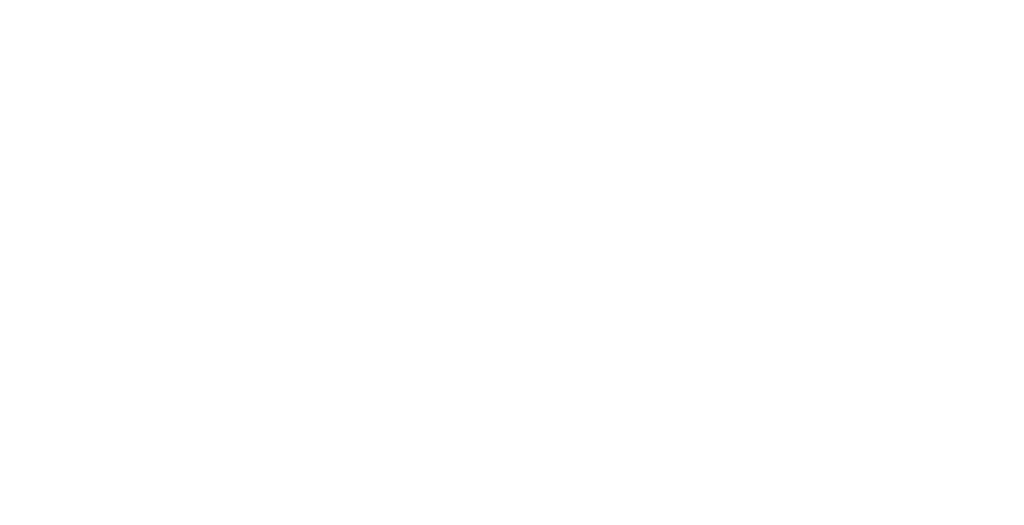
<source format=kicad_pcb>
(kicad_pcb (version 4) (host pcbnew 4.0.7-e2-6376~58~ubuntu16.04.1)

  (general
    (links 0)
    (no_connects 0)
    (area 104.572999 74.854999 178.510001 123.265001)
    (thickness 1.6)
    (drawings 1)
    (tracks 0)
    (zones 0)
    (modules 0)
    (nets 1)
  )

  (page USLetter)
  (title_block
    (title "Project Title")
  )

  (layers
    (0 F.Cu signal)
    (1 In1.Cu signal)
    (2 In2.Cu signal)
    (31 B.Cu signal)
    (34 B.Paste user)
    (35 F.Paste user)
    (36 B.SilkS user)
    (37 F.SilkS user)
    (38 B.Mask user)
    (39 F.Mask user)
    (40 Dwgs.User user)
    (44 Edge.Cuts user)
    (46 B.CrtYd user)
    (47 F.CrtYd user)
    (48 B.Fab user)
    (49 F.Fab user)
  )

  (setup
    (last_trace_width 0.254)
    (user_trace_width 0.1524)
    (user_trace_width 0.254)
    (user_trace_width 0.3302)
    (user_trace_width 0.508)
    (user_trace_width 0.762)
    (user_trace_width 1.27)
    (trace_clearance 0.254)
    (zone_clearance 0.508)
    (zone_45_only no)
    (trace_min 0.1524)
    (segment_width 0.1524)
    (edge_width 0.1524)
    (via_size 0.6858)
    (via_drill 0.3302)
    (via_min_size 0.6858)
    (via_min_drill 0.3302)
    (user_via 0.6858 0.3302)
    (user_via 0.762 0.4064)
    (user_via 0.8636 0.508)
    (uvia_size 0.6858)
    (uvia_drill 0.3302)
    (uvias_allowed no)
    (uvia_min_size 0)
    (uvia_min_drill 0)
    (pcb_text_width 0.1524)
    (pcb_text_size 1.016 1.016)
    (mod_edge_width 0.1524)
    (mod_text_size 1.016 1.016)
    (mod_text_width 0.1524)
    (pad_size 1.524 1.524)
    (pad_drill 0.762)
    (pad_to_mask_clearance 0.0762)
    (solder_mask_min_width 0.1016)
    (pad_to_paste_clearance -0.0762)
    (aux_axis_origin 0 0)
    (visible_elements FFFEDF7D)
    (pcbplotparams
      (layerselection 0x310fc_80000001)
      (usegerberextensions true)
      (excludeedgelayer true)
      (linewidth 0.100000)
      (plotframeref false)
      (viasonmask false)
      (mode 1)
      (useauxorigin false)
      (hpglpennumber 1)
      (hpglpenspeed 20)
      (hpglpendiameter 15)
      (hpglpenoverlay 2)
      (psnegative false)
      (psa4output false)
      (plotreference true)
      (plotvalue true)
      (plotinvisibletext false)
      (padsonsilk false)
      (subtractmaskfromsilk false)
      (outputformat 1)
      (mirror false)
      (drillshape 0)
      (scaleselection 1)
      (outputdirectory gerbers))
  )

  (net 0 "")

  (net_class Default "This is the default net class."
    (clearance 0.254)
    (trace_width 0.254)
    (via_dia 0.6858)
    (via_drill 0.3302)
    (uvia_dia 0.6858)
    (uvia_drill 0.3302)
  )

  (gr_text "FABRICATION NOTES\n\n1. THIS IS A 4 LAYER BOARD. \n2. EXTERNAL LAYERS SHALL HAVE 1 OZ COPPER.\n3. INTERNAL LAYERS SHALL HAVE 0.5 OZ COPPER.\n4. MATERIAL: FR408 AND 0.062 INCH +/- 10% THICK.\n5. BOARDS SHALL BE ROHS COMPLIANT. \n6. MANUFACTURE IN ACCORDANCE WITH IPC-6012 CLASS 2\n7. MASK: BOTH SIDES OF THE BOARD SHALL HAVE \n   SOLDER MASK (ANY COLOR) OVER BARE COPPER. \n8. SILK: BOTH SIDES OF THE BOARD SHALL HAVE \n   WHITE SILKSCREEN. DO NOT PLACE SILK OVER BARE COPPER.\n9. FINISH: ENIG.\n10. MINIMUM TRACE WIDTH - 0.006 INCH.\n    MINIMUM SPACE - 0.006 INCH.\n    MINIMUM HOLE DIA - 0.013 INCH. \n11. MAX HOLE PLACEMENT TOLERANCE OF +/- 0.003 INCH.\n12. MAX HOLE DIAMETER TOLERANCE OF +/- 0.003 INCH AFTER PLATING." (at 113.1824 93.8276) (layer Dwgs.User)
    (effects (font (size 2.54 2.54) (thickness 0.254)) (justify left))
  )

)

</source>
